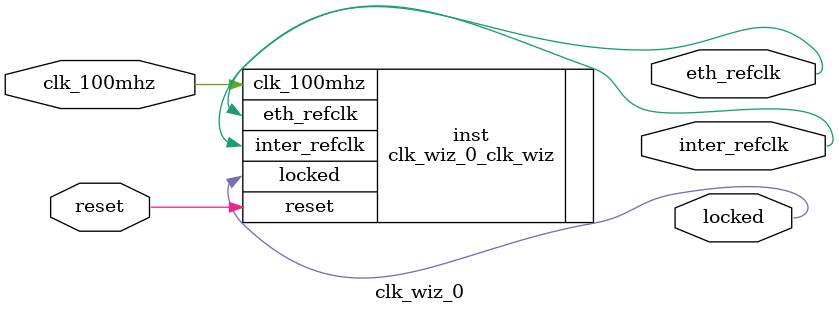
<source format=v>


`timescale 1ps/1ps

(* CORE_GENERATION_INFO = "clk_wiz_0,clk_wiz_v6_0_10_0_0,{component_name=clk_wiz_0,use_phase_alignment=true,use_min_o_jitter=false,use_max_i_jitter=false,use_dyn_phase_shift=false,use_inclk_switchover=false,use_dyn_reconfig=false,enable_axi=0,feedback_source=FDBK_AUTO,PRIMITIVE=MMCM,num_out_clk=2,clkin1_period=10.000,clkin2_period=10.000,use_power_down=false,use_reset=true,use_locked=true,use_inclk_stopped=false,feedback_type=SINGLE,CLOCK_MGR_TYPE=NA,manual_override=false}" *)

module clk_wiz_0 
 (
  // Clock out ports
  output        eth_refclk,
  output        inter_refclk,
  // Status and control signals
  input         reset,
  output        locked,
 // Clock in ports
  input         clk_100mhz
 );

  clk_wiz_0_clk_wiz inst
  (
  // Clock out ports  
  .eth_refclk(eth_refclk),
  .inter_refclk(inter_refclk),
  // Status and control signals               
  .reset(reset), 
  .locked(locked),
 // Clock in ports
  .clk_100mhz(clk_100mhz)
  );

endmodule

</source>
